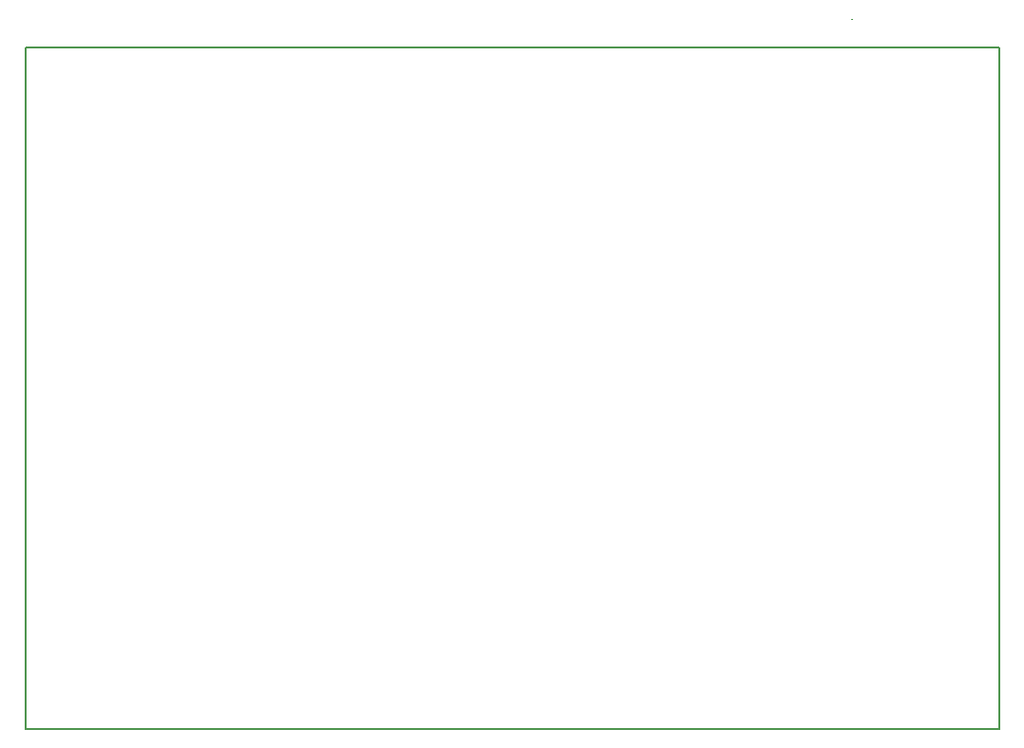
<source format=gbr>
G04 #@! TF.GenerationSoftware,KiCad,Pcbnew,no-vcs-found-01f5a12~58~ubuntu14.04.1*
G04 #@! TF.CreationDate,2017-05-04T16:20:22+02:00*
G04 #@! TF.ProjectId,leddy,6C656464792E6B696361645F70636200,rev?*
G04 #@! TF.FileFunction,Profile,NP*
%FSLAX46Y46*%
G04 Gerber Fmt 4.6, Leading zero omitted, Abs format (unit mm)*
G04 Created by KiCad (PCBNEW no-vcs-found-01f5a12~58~ubuntu14.04.1) date Thu May  4 16:20:22 2017*
%MOMM*%
%LPD*%
G01*
G04 APERTURE LIST*
%ADD10C,0.100000*%
%ADD11C,0.150000*%
G04 APERTURE END LIST*
D10*
D11*
X197692501Y-45000000D02*
X197692501Y-45000000D01*
X210800000Y-108400000D02*
X210800000Y-47600000D01*
X124000000Y-108400000D02*
X210800000Y-108400000D01*
X124000000Y-47600000D02*
X124000000Y-108400000D01*
X210800000Y-47600000D02*
X124000000Y-47600000D01*
M02*

</source>
